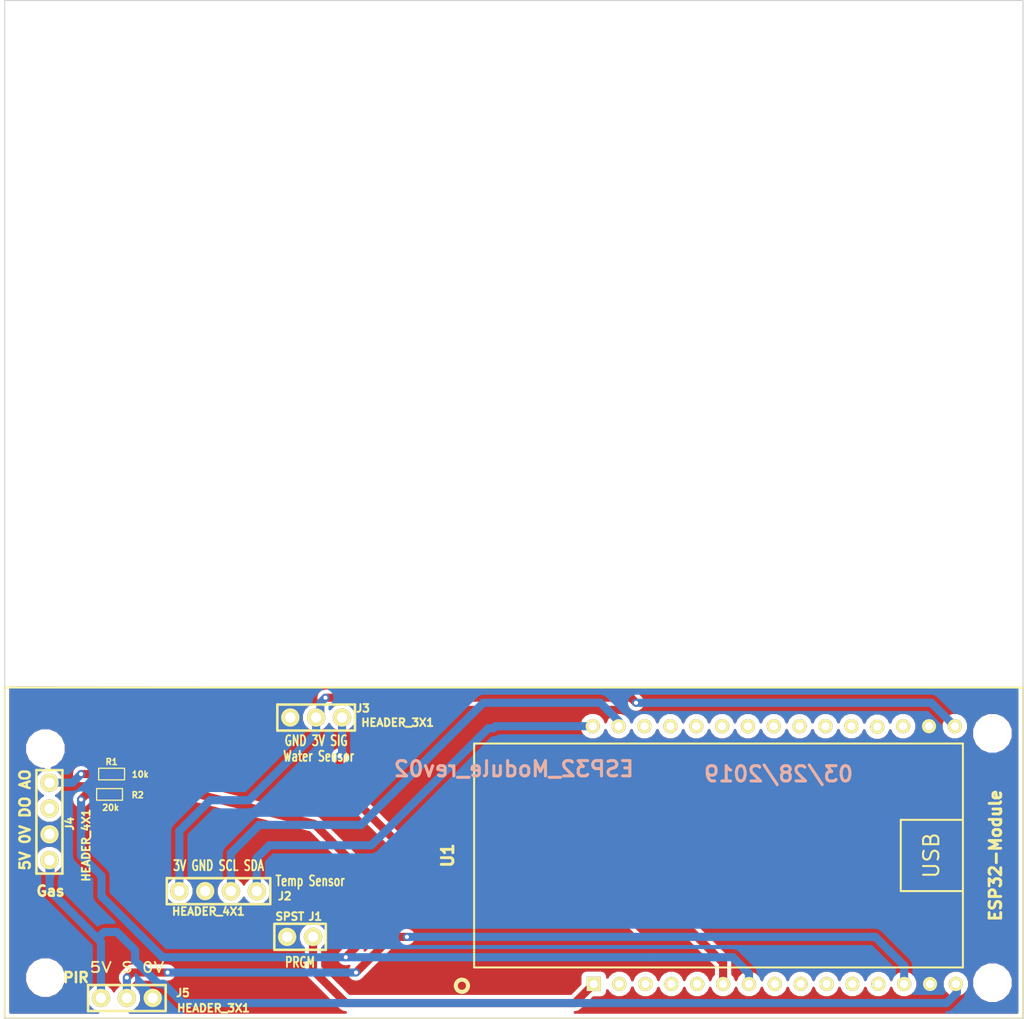
<source format=kicad_pcb>
(kicad_pcb (version 4) (host pcbnew 4.0.7-e2-6376~58~ubuntu16.04.1)

  (general
    (links 19)
    (no_connects 0)
    (area 85.54 52.949999 186.100001 153.100001)
    (thickness 1.6)
    (drawings 19)
    (tracks 100)
    (zones 0)
    (modules 12)
    (nets 32)
  )

  (page A)
  (layers
    (0 F.Cu signal)
    (31 B.Cu signal)
    (32 B.Adhes user)
    (33 F.Adhes user)
    (34 B.Paste user)
    (35 F.Paste user)
    (36 B.SilkS user)
    (37 F.SilkS user)
    (38 B.Mask user)
    (39 F.Mask user)
    (40 Dwgs.User user)
    (41 Cmts.User user)
    (42 Eco1.User user)
    (43 Eco2.User user)
    (44 Edge.Cuts user)
  )

  (setup
    (last_trace_width 0.25)
    (user_trace_width 0.25)
    (user_trace_width 0.3)
    (user_trace_width 0.5)
    (user_trace_width 0.6)
    (user_trace_width 0.8)
    (user_trace_width 1)
    (user_trace_width 2)
    (user_trace_width 3)
    (trace_clearance 0.08)
    (zone_clearance 0.4)
    (zone_45_only yes)
    (trace_min 0.1)
    (segment_width 0.2)
    (edge_width 0.1)
    (via_size 0.7)
    (via_drill 0.4)
    (via_min_size 0.7)
    (via_min_drill 0.4)
    (uvia_size 0.4)
    (uvia_drill 0.127)
    (uvias_allowed no)
    (uvia_min_size 0.4)
    (uvia_min_drill 0.127)
    (pcb_text_width 0.3)
    (pcb_text_size 1.5 1.5)
    (mod_edge_width 0.15)
    (mod_text_size 1 1)
    (mod_text_width 0.15)
    (pad_size 3 3)
    (pad_drill 3)
    (pad_to_mask_clearance 0)
    (pad_to_paste_clearance_ratio -0.1)
    (aux_axis_origin 0 0)
    (visible_elements 7FFFFFFF)
    (pcbplotparams
      (layerselection 0x010fc_80000001)
      (usegerberextensions false)
      (excludeedgelayer true)
      (linewidth 0.050000)
      (plotframeref false)
      (viasonmask false)
      (mode 1)
      (useauxorigin false)
      (hpglpennumber 1)
      (hpglpenspeed 20)
      (hpglpendiameter 15)
      (hpglpenoverlay 2)
      (psnegative false)
      (psa4output false)
      (plotreference true)
      (plotvalue true)
      (plotinvisibletext false)
      (padsonsilk false)
      (subtractmaskfromsilk false)
      (outputformat 2)
      (mirror false)
      (drillshape 0)
      (scaleselection 1)
      (outputdirectory PCB))
  )

  (net 0 "")
  (net 1 GND)
  (net 2 SDA)
  (net 3 SCL)
  (net 4 "Net-(U1-Pad21)")
  (net 5 "Net-(U1-Pad23)")
  (net 6 "Net-(U1-Pad22)")
  (net 7 "Net-(U1-Pad10)")
  (net 8 "Net-(U1-Pad9)")
  (net 9 "Net-(U1-Pad5)")
  (net 10 "Net-(U1-Pad2)")
  (net 11 "Net-(U1-Pad3)")
  (net 12 "Net-(U1-Pad4)")
  (net 13 "Net-(J1-Pad1)")
  (net 14 VDD)
  (net 15 "Net-(J3-Pad3)")
  (net 16 "Net-(U1-Pad20)")
  (net 17 "Net-(U1-Pad24)")
  (net 18 "Net-(U1-Pad28)")
  (net 19 "Net-(U1-Pad27)")
  (net 20 "Net-(U1-Pad26)")
  (net 21 "Net-(U1-Pad12)")
  (net 22 "Net-(U1-Pad11)")
  (net 23 5V)
  (net 24 "Net-(R1-Pad2)")
  (net 25 "Net-(J5-Pad2)")
  (net 26 "Net-(J4-Pad2)")
  (net 27 "Net-(J4-Pad1)")
  (net 28 "Net-(U1-Pad19)")
  (net 29 "Net-(U1-Pad18)")
  (net 30 "Net-(U1-Pad25)")
  (net 31 "Net-(U1-Pad8)")

  (net_class Default "This is the default net class."
    (clearance 0.08)
    (trace_width 0.25)
    (via_dia 0.7)
    (via_drill 0.4)
    (uvia_dia 0.4)
    (uvia_drill 0.127)
    (add_net 5V)
    (add_net GND)
    (add_net "Net-(J1-Pad1)")
    (add_net "Net-(J3-Pad3)")
    (add_net "Net-(J4-Pad1)")
    (add_net "Net-(J4-Pad2)")
    (add_net "Net-(J5-Pad2)")
    (add_net "Net-(R1-Pad2)")
    (add_net "Net-(U1-Pad10)")
    (add_net "Net-(U1-Pad11)")
    (add_net "Net-(U1-Pad12)")
    (add_net "Net-(U1-Pad18)")
    (add_net "Net-(U1-Pad19)")
    (add_net "Net-(U1-Pad2)")
    (add_net "Net-(U1-Pad20)")
    (add_net "Net-(U1-Pad21)")
    (add_net "Net-(U1-Pad22)")
    (add_net "Net-(U1-Pad23)")
    (add_net "Net-(U1-Pad24)")
    (add_net "Net-(U1-Pad25)")
    (add_net "Net-(U1-Pad26)")
    (add_net "Net-(U1-Pad27)")
    (add_net "Net-(U1-Pad28)")
    (add_net "Net-(U1-Pad3)")
    (add_net "Net-(U1-Pad4)")
    (add_net "Net-(U1-Pad5)")
    (add_net "Net-(U1-Pad8)")
    (add_net "Net-(U1-Pad9)")
    (add_net SCL)
    (add_net SDA)
    (add_net VDD)
  )

  (module ted_holes:TED_Hole_3mm (layer F.Cu) (tedit 5B6E23D4) (tstamp 597A62AE)
    (at 89 149)
    (path /5B54EF19)
    (fp_text reference H1 (at -0.05 -2.425) (layer F.SilkS) hide
      (effects (font (size 1 1) (thickness 0.15)))
    )
    (fp_text value HOLE (at 0.25 2.6) (layer F.SilkS) hide
      (effects (font (size 1 1) (thickness 0.15)))
    )
    (pad "" np_thru_hole circle (at 1 0) (size 3 3) (drill 3) (layers *.Cu *.Mask F.SilkS))
  )

  (module ted_holes:TED_Hole_3mm (layer F.Cu) (tedit 5B6DF726) (tstamp 597A62B2)
    (at 88 126.5)
    (path /52A158AA)
    (fp_text reference H2 (at -0.05 -2.425) (layer F.SilkS) hide
      (effects (font (size 1 1) (thickness 0.15)))
    )
    (fp_text value HOLE (at 0.25 2.6) (layer F.SilkS) hide
      (effects (font (size 1 1) (thickness 0.15)))
    )
    (pad "" np_thru_hole circle (at 2 0) (size 3 3) (drill 3) (layers *.Cu *.Mask F.SilkS))
  )

  (module ted_holes:TED_Hole_3mm (layer F.Cu) (tedit 0) (tstamp 597A62B6)
    (at 183 149.5)
    (path /540F9640)
    (fp_text reference H3 (at -0.05 -2.425) (layer F.SilkS) hide
      (effects (font (size 1 1) (thickness 0.15)))
    )
    (fp_text value HOLE (at 0.25 2.6) (layer F.SilkS) hide
      (effects (font (size 1 1) (thickness 0.15)))
    )
    (pad "" np_thru_hole circle (at 0 0) (size 3 3) (drill 3) (layers *.Cu *.Mask F.SilkS))
  )

  (module ted_holes:TED_Hole_3mm (layer F.Cu) (tedit 0) (tstamp 597A62BA)
    (at 183 125)
    (path /5B54EF20)
    (fp_text reference H4 (at -0.05 -2.425) (layer F.SilkS) hide
      (effects (font (size 1 1) (thickness 0.15)))
    )
    (fp_text value HOLE (at 0.25 2.6) (layer F.SilkS) hide
      (effects (font (size 1 1) (thickness 0.15)))
    )
    (pad "" np_thru_hole circle (at 0 0) (size 3 3) (drill 3) (layers *.Cu *.Mask F.SilkS))
  )

  (module ted_connectors:TED_DIPSWITCH_1 (layer F.Cu) (tedit 5BF59DBF) (tstamp 5BF33DC5)
    (at 115 145 180)
    (path /5BF35530)
    (fp_text reference J1 (at -1.5 2 180) (layer F.SilkS)
      (effects (font (size 0.762 0.762) (thickness 0.1905)))
    )
    (fp_text value SPST (at 1 2 180) (layer F.SilkS)
      (effects (font (size 0.762 0.762) (thickness 0.1905)))
    )
    (fp_line (start 2.5 -1.27) (end -2.5 -1.27) (layer F.SilkS) (width 0.254))
    (fp_line (start 2.52 -1.27) (end 2.52 1.27) (layer F.SilkS) (width 0.254))
    (fp_line (start 2.5 1.28524) (end -2.5 1.28524) (layer F.SilkS) (width 0.254))
    (fp_line (start -2.53524 1.28524) (end -2.53524 -1.27508) (layer F.SilkS) (width 0.254))
    (pad 2 thru_hole circle (at 1.25984 0 180) (size 1.8 1.8) (drill 1) (layers *.Cu *.Mask F.SilkS)
      (net 1 GND))
    (pad 1 thru_hole circle (at -1.28016 0 180) (size 1.8 1.8) (drill 1) (layers *.Cu *.Mask F.SilkS)
      (net 13 "Net-(J1-Pad1)"))
  )

  (module ted_connectors:TED_HEADER_3x1 (layer F.Cu) (tedit 5BF59D62) (tstamp 5BF48E21)
    (at 116.586 123.444)
    (path /5BF48DD3)
    (fp_text reference J3 (at 4.6 -0.9) (layer F.SilkS)
      (effects (font (size 0.762 0.762) (thickness 0.1905)))
    )
    (fp_text value HEADER_3X1 (at 8 0.5) (layer F.SilkS)
      (effects (font (size 0.762 0.762) (thickness 0.1905)))
    )
    (fp_line (start 3.81 -1.27) (end -3.81 -1.27) (layer F.SilkS) (width 0.254))
    (fp_line (start 3.81 -1.27) (end 3.81 1.27) (layer F.SilkS) (width 0.254))
    (fp_line (start 3.81 1.28524) (end -3.81 1.28524) (layer F.SilkS) (width 0.254))
    (fp_line (start -3.81 1.28524) (end -3.81 -1.27508) (layer F.SilkS) (width 0.254))
    (pad 3 thru_hole circle (at 2.54 0) (size 1.8 1.8) (drill 1) (layers *.Cu *.Mask F.SilkS)
      (net 15 "Net-(J3-Pad3)"))
    (pad 2 thru_hole circle (at 0 0) (size 1.8 1.8) (drill 1) (layers *.Cu *.Mask F.SilkS)
      (net 14 VDD))
    (pad 1 thru_hole circle (at -2.54 0) (size 1.8 1.8) (drill 1) (layers *.Cu *.Mask F.SilkS)
      (net 1 GND))
  )

  (module ted_connectors:TED_HEADER_3x1 (layer F.Cu) (tedit 5C9D4C68) (tstamp 5BF4A436)
    (at 98 151)
    (path /5BF492FF)
    (fp_text reference J5 (at 5.5 -0.5) (layer F.SilkS)
      (effects (font (size 0.762 0.762) (thickness 0.1905)))
    )
    (fp_text value HEADER_3X1 (at 8.5 1) (layer F.SilkS)
      (effects (font (size 0.762 0.762) (thickness 0.1905)))
    )
    (fp_line (start 3.81 -1.27) (end -3.81 -1.27) (layer F.SilkS) (width 0.254))
    (fp_line (start 3.81 -1.27) (end 3.81 1.27) (layer F.SilkS) (width 0.254))
    (fp_line (start 3.81 1.28524) (end -3.81 1.28524) (layer F.SilkS) (width 0.254))
    (fp_line (start -3.81 1.28524) (end -3.81 -1.27508) (layer F.SilkS) (width 0.254))
    (pad 3 thru_hole circle (at 2.54 0) (size 1.8 1.8) (drill 1) (layers *.Cu *.Mask F.SilkS)
      (net 1 GND))
    (pad 2 thru_hole circle (at 0 0) (size 1.8 1.8) (drill 1) (layers *.Cu *.Mask F.SilkS)
      (net 25 "Net-(J5-Pad2)"))
    (pad 1 thru_hole circle (at -2.54 0) (size 1.8 1.8) (drill 1) (layers *.Cu *.Mask F.SilkS)
      (net 23 5V))
  )

  (module ted_resistors:TED_SM0603_R (layer F.Cu) (tedit 5CD88BEB) (tstamp 5BF4A43C)
    (at 96.5 129)
    (descr "SMT resistor, 0603")
    (path /5BF4A045)
    (fp_text reference R1 (at 0 -1.2) (layer F.SilkS)
      (effects (font (size 0.6 0.6) (thickness 0.15)))
    )
    (fp_text value 10k (at 2.814 0.032) (layer F.SilkS)
      (effects (font (size 0.6 0.6) (thickness 0.15)))
    )
    (fp_line (start -1.27 -0.57) (end -1.27 0.57) (layer F.SilkS) (width 0.127))
    (fp_line (start 1.27 -0.57) (end 1.27 0.57) (layer F.SilkS) (width 0.127))
    (fp_line (start -1.25 -0.57) (end 1.25 -0.57) (layer F.SilkS) (width 0.127))
    (fp_line (start 1.25 0.57) (end -1.25 0.57) (layer F.SilkS) (width 0.127))
    (pad 2 smd rect (at 0.75184 0) (size 0.89916 1.00076) (layers F.Cu F.Paste F.Mask)
      (net 24 "Net-(R1-Pad2)") (clearance 0.1))
    (pad 1 smd rect (at -0.75184 0) (size 0.89916 1.00076) (layers F.Cu F.Paste F.Mask)
      (net 27 "Net-(J4-Pad1)") (clearance 0.1))
    (model smd/capacitors/c_0603.wrl
      (at (xyz 0 0 0))
      (scale (xyz 1 1 1))
      (rotate (xyz 0 0 0))
    )
  )

  (module ted_resistors:TED_SM0603_R (layer F.Cu) (tedit 5CD88BEE) (tstamp 5BF4A442)
    (at 96.3 131)
    (descr "SMT resistor, 0603")
    (path /5BF4A142)
    (fp_text reference R2 (at 2.76 0.064) (layer F.SilkS)
      (effects (font (size 0.6 0.6) (thickness 0.15)))
    )
    (fp_text value 20k (at 0.1 1.3) (layer F.SilkS)
      (effects (font (size 0.6 0.6) (thickness 0.15)))
    )
    (fp_line (start -1.27 -0.57) (end -1.27 0.57) (layer F.SilkS) (width 0.127))
    (fp_line (start 1.27 -0.57) (end 1.27 0.57) (layer F.SilkS) (width 0.127))
    (fp_line (start -1.25 -0.57) (end 1.25 -0.57) (layer F.SilkS) (width 0.127))
    (fp_line (start 1.25 0.57) (end -1.25 0.57) (layer F.SilkS) (width 0.127))
    (pad 2 smd rect (at 0.75184 0) (size 0.89916 1.00076) (layers F.Cu F.Paste F.Mask)
      (net 1 GND) (clearance 0.1))
    (pad 1 smd rect (at -0.75184 0) (size 0.89916 1.00076) (layers F.Cu F.Paste F.Mask)
      (net 24 "Net-(R1-Pad2)") (clearance 0.1))
    (model smd/capacitors/c_0603.wrl
      (at (xyz 0 0 0))
      (scale (xyz 1 1 1))
      (rotate (xyz 0 0 0))
    )
  )

  (module ted_connectors:TED_HEADER_4x1 (layer F.Cu) (tedit 5BF59DB8) (tstamp 5BF59BEB)
    (at 107 140.5)
    (path /5BF59B00)
    (fp_text reference J2 (at 6.5 0.5) (layer F.SilkS)
      (effects (font (size 0.762 0.762) (thickness 0.1905)))
    )
    (fp_text value HEADER_4X1 (at -1 2) (layer F.SilkS)
      (effects (font (size 0.762 0.762) (thickness 0.1905)))
    )
    (fp_line (start 5.08 -1.27) (end -5.08 -1.27) (layer F.SilkS) (width 0.254))
    (fp_line (start 5.08 -1.27) (end 5.08 1.27) (layer F.SilkS) (width 0.254))
    (fp_line (start 5.08 1.28524) (end -5.08 1.28524) (layer F.SilkS) (width 0.254))
    (fp_line (start -5.08 1.28524) (end -5.08 -1.27508) (layer F.SilkS) (width 0.254))
    (pad 1 thru_hole circle (at -3.85 0) (size 1.8 1.8) (drill 1) (layers *.Cu *.Mask F.SilkS)
      (net 14 VDD))
    (pad 2 thru_hole circle (at -1.31 0) (size 1.8 1.8) (drill 1) (layers *.Cu *.Mask F.SilkS)
      (net 1 GND))
    (pad 4 thru_hole circle (at 3.75984 0) (size 1.8 1.8) (drill 1) (layers *.Cu *.Mask F.SilkS)
      (net 2 SDA))
    (pad 3 thru_hole circle (at 1.21984 0) (size 1.8 1.8) (drill 1) (layers *.Cu *.Mask F.SilkS)
      (net 3 SCL))
  )

  (module ted_connectors:TED_HEADER_4x1 (layer F.Cu) (tedit 5BF59C13) (tstamp 5BF59BF2)
    (at 90.4 133.7 270)
    (path /5BF59E5D)
    (fp_text reference J4 (at 0.1778 -1.98628 270) (layer F.SilkS)
      (effects (font (size 0.762 0.762) (thickness 0.1905)))
    )
    (fp_text value HEADER_4X1 (at 2.3 -3.6 270) (layer F.SilkS)
      (effects (font (size 0.762 0.762) (thickness 0.1905)))
    )
    (fp_line (start 5.08 -1.27) (end -5.08 -1.27) (layer F.SilkS) (width 0.254))
    (fp_line (start 5.08 -1.27) (end 5.08 1.27) (layer F.SilkS) (width 0.254))
    (fp_line (start 5.08 1.28524) (end -5.08 1.28524) (layer F.SilkS) (width 0.254))
    (fp_line (start -5.08 1.28524) (end -5.08 -1.27508) (layer F.SilkS) (width 0.254))
    (pad 1 thru_hole circle (at -3.85 0 270) (size 1.8 1.8) (drill 1) (layers *.Cu *.Mask F.SilkS)
      (net 27 "Net-(J4-Pad1)"))
    (pad 2 thru_hole circle (at -1.31 0 270) (size 1.8 1.8) (drill 1) (layers *.Cu *.Mask F.SilkS)
      (net 26 "Net-(J4-Pad2)"))
    (pad 4 thru_hole circle (at 3.75984 0 270) (size 1.8 1.8) (drill 1) (layers *.Cu *.Mask F.SilkS)
      (net 23 5V))
    (pad 3 thru_hole circle (at 1.21984 0 270) (size 1.8 1.8) (drill 1) (layers *.Cu *.Mask F.SilkS)
      (net 1 GND))
  )

  (module ted_ICs:TED_ESP32_Module_30pin (layer F.Cu) (tedit 5C1C3AC3) (tstamp 5C1D53E1)
    (at 156.5 137)
    (path /5C1C373F)
    (fp_text reference U1 (at -27 0 90) (layer F.SilkS)
      (effects (font (size 1.143 1.143) (thickness 0.28575)))
    )
    (fp_text value ESP32-Module (at 26.8 0 90) (layer F.SilkS)
      (effects (font (size 1.143 1.143) (thickness 0.28448)))
    )
    (fp_text user USB (at 20.5 0 90) (layer F.SilkS)
      (effects (font (size 1.5 1.5) (thickness 0.2)))
    )
    (fp_line (start 23.5 -3.5) (end 17.5 -3.5) (layer F.SilkS) (width 0.2))
    (fp_line (start 17.5 -3.5) (end 17.5 3.5) (layer F.SilkS) (width 0.2))
    (fp_line (start 17.5 3.5) (end 23.5 3.5) (layer F.SilkS) (width 0.2))
    (fp_circle (center -25.6 12.8) (end -25 12.8) (layer F.SilkS) (width 0.4))
    (fp_line (start -24.4 -11) (end 23.6 -11) (layer F.SilkS) (width 0.2))
    (fp_line (start 23.6 -11) (end 23.6 11) (layer F.SilkS) (width 0.2))
    (fp_line (start 23.6 11) (end -24.4 11) (layer F.SilkS) (width 0.2))
    (fp_line (start -24.4 11) (end -24.4 -11) (layer F.SilkS) (width 0.2))
    (pad 21 thru_hole circle (at 10.1092 -12.7) (size 1.397 1.397) (drill 0.8) (layers *.Cu *.Mask F.SilkS)
      (net 4 "Net-(U1-Pad21)") (clearance 0.5))
    (pad 20 thru_hole circle (at 12.6492 -12.7) (size 1.397 1.397) (drill 0.8) (layers *.Cu *.Mask F.SilkS)
      (net 16 "Net-(U1-Pad20)") (clearance 0.5))
    (pad 22 thru_hole circle (at 7.5692 -12.7) (size 1.397 1.397) (drill 0.8) (layers *.Cu *.Mask F.SilkS)
      (net 6 "Net-(U1-Pad22)") (clearance 0.5))
    (pad 23 thru_hole circle (at 5.0292 -12.7) (size 1.397 1.397) (drill 0.8) (layers *.Cu *.Mask F.SilkS)
      (net 5 "Net-(U1-Pad23)") (clearance 0.5))
    (pad 24 thru_hole circle (at 2.4892 -12.7) (size 1.397 1.397) (drill 0.8) (layers *.Cu *.Mask F.SilkS)
      (net 17 "Net-(U1-Pad24)") (clearance 0.5))
    (pad 15 thru_hole circle (at 22.9108 12.6238) (size 1.397 1.397) (drill 0.8) (layers *.Cu *.Mask F.SilkS)
      (net 23 5V) (clearance 0.5))
    (pad 16 thru_hole circle (at 22.8092 -12.7) (size 1.397 1.397) (drill 0.8) (layers *.Cu *.Mask F.SilkS)
      (net 14 VDD) (clearance 0.5))
    (pad 17 thru_hole circle (at 20.2692 -12.7) (size 1.397 1.397) (drill 0.8) (layers *.Cu *.Mask F.SilkS)
      (net 1 GND) (clearance 0.5))
    (pad 19 thru_hole circle (at 15.1892 -12.6492) (size 1.397 1.397) (drill 0.8) (layers *.Cu *.Mask F.SilkS)
      (net 28 "Net-(U1-Pad19)") (clearance 0.5))
    (pad 18 thru_hole circle (at 17.7292 -12.7) (size 1.397 1.397) (drill 0.8) (layers *.Cu *.Mask F.SilkS)
      (net 29 "Net-(U1-Pad18)") (clearance 0.5))
    (pad 30 thru_hole circle (at -12.7508 -12.7) (size 1.397 1.397) (drill 0.8) (layers *.Cu *.Mask F.SilkS)
      (net 2 SDA) (clearance 0.5))
    (pad 29 thru_hole circle (at -10.2108 -12.7) (size 1.397 1.397) (drill 0.8) (layers *.Cu *.Mask F.SilkS)
      (net 3 SCL) (clearance 0.5))
    (pad 28 thru_hole circle (at -7.6708 -12.7) (size 1.397 1.397) (drill 0.8) (layers *.Cu *.Mask F.SilkS)
      (net 18 "Net-(U1-Pad28)") (clearance 0.5))
    (pad 27 thru_hole circle (at -5.1308 -12.7) (size 1.397 1.397) (drill 0.8) (layers *.Cu *.Mask F.SilkS)
      (net 19 "Net-(U1-Pad27)") (clearance 0.5))
    (pad 25 thru_hole circle (at -0.0508 -12.7) (size 1.397 1.397) (drill 0.8) (layers *.Cu *.Mask F.SilkS)
      (net 30 "Net-(U1-Pad25)") (clearance 0.5))
    (pad 26 thru_hole circle (at -2.5908 -12.7) (size 1.397 1.397) (drill 0.8) (layers *.Cu *.Mask F.SilkS)
      (net 20 "Net-(U1-Pad26)") (clearance 0.5))
    (pad 13 thru_hole circle (at 17.8308 12.6238) (size 1.397 1.397) (drill 0.8) (layers *.Cu *.Mask F.SilkS)
      (net 25 "Net-(J5-Pad2)") (clearance 0.5))
    (pad 14 thru_hole circle (at 20.3708 12.6238) (size 1.397 1.397) (drill 0.8) (layers *.Cu *.Mask F.SilkS)
      (net 1 GND) (clearance 0.5))
    (pad 12 thru_hole circle (at 15.2908 12.6238) (size 1.397 1.397) (drill 0.8) (layers *.Cu *.Mask F.SilkS)
      (net 21 "Net-(U1-Pad12)") (clearance 0.5))
    (pad 11 thru_hole circle (at 12.7508 12.6238) (size 1.397 1.397) (drill 0.8) (layers *.Cu *.Mask F.SilkS)
      (net 22 "Net-(U1-Pad11)") (clearance 0.5))
    (pad 10 thru_hole circle (at 10.2108 12.6238) (size 1.397 1.397) (drill 0.8) (layers *.Cu *.Mask F.SilkS)
      (net 7 "Net-(U1-Pad10)") (clearance 0.5))
    (pad 1 thru_hole rect (at -12.6492 12.6238) (size 1.397 1.397) (drill 0.8) (layers *.Cu *.Mask F.SilkS)
      (net 13 "Net-(J1-Pad1)") (clearance 0.5))
    (pad 2 thru_hole circle (at -10.1392 12.6238) (size 1.397 1.397) (drill 0.8) (layers *.Cu *.Mask F.SilkS)
      (net 10 "Net-(U1-Pad2)") (clearance 0.5))
    (pad 3 thru_hole circle (at -7.5692 12.6238) (size 1.397 1.397) (drill 0.8) (layers *.Cu *.Mask F.SilkS)
      (net 11 "Net-(U1-Pad3)") (clearance 0.5))
    (pad 4 thru_hole circle (at -5.0292 12.6238) (size 1.397 1.397) (drill 0.8) (layers *.Cu *.Mask F.SilkS)
      (net 12 "Net-(U1-Pad4)") (clearance 0.5))
    (pad 5 thru_hole circle (at -2.4892 12.6238) (size 1.397 1.397) (drill 0.8) (layers *.Cu *.Mask F.SilkS)
      (net 9 "Net-(U1-Pad5)") (clearance 0.5))
    (pad 6 thru_hole circle (at 0.0508 12.6238) (size 1.397 1.397) (drill 0.8) (layers *.Cu *.Mask F.SilkS)
      (net 15 "Net-(J3-Pad3)") (clearance 0.5))
    (pad 7 thru_hole circle (at 2.5908 12.6238) (size 1.397 1.397) (drill 0.8) (layers *.Cu *.Mask F.SilkS)
      (net 24 "Net-(R1-Pad2)") (clearance 0.5))
    (pad 9 thru_hole circle (at 7.6708 12.6238) (size 1.397 1.397) (drill 0.8) (layers *.Cu *.Mask F.SilkS)
      (net 8 "Net-(U1-Pad9)") (clearance 0.5))
    (pad 8 thru_hole circle (at 5.1308 12.6238) (size 1.397 1.397) (drill 0.8) (layers *.Cu *.Mask F.SilkS)
      (net 31 "Net-(U1-Pad8)") (clearance 0.5))
    (model dil/dil_14.wrl
      (at (xyz 0 0 0))
      (scale (xyz 1 1 1))
      (rotate (xyz 0 0 0))
    )
  )

  (gr_line (start 86 120.5) (end 86 153) (angle 90) (layer F.SilkS) (width 0.2))
  (gr_line (start 186 120.5) (end 86 120.5) (angle 90) (layer F.SilkS) (width 0.2))
  (gr_line (start 186 153) (end 186 120.5) (angle 90) (layer F.SilkS) (width 0.2))
  (gr_line (start 86 153) (end 186 153) (angle 90) (layer F.SilkS) (width 0.2))
  (gr_text "5V 0V DO AO" (at 88 133.5 90) (layer F.SilkS)
    (effects (font (size 1 1) (thickness 0.25)))
  )
  (gr_text Gas (at 90.5 140.5) (layer F.SilkS)
    (effects (font (size 1 1) (thickness 0.25)))
  )
  (gr_text "5V S 0V" (at 98 148) (layer F.SilkS)
    (effects (font (size 1 1.2) (thickness 0.175)))
  )
  (gr_text PIR (at 93 149) (layer F.SilkS)
    (effects (font (size 1 1) (thickness 0.25)))
  )
  (gr_text "Temp Sensor" (at 116 139.5) (layer F.SilkS)
    (effects (font (size 1 0.7) (thickness 0.175)))
  )
  (gr_text "Water Sensor" (at 116.84 127.254) (layer F.SilkS)
    (effects (font (size 1 0.7) (thickness 0.175)))
  )
  (gr_text "GND 3V SIG" (at 116.586 125.73) (layer F.SilkS)
    (effects (font (size 1 0.7) (thickness 0.175)))
  )
  (gr_text PRGM (at 115 147.5) (layer F.SilkS)
    (effects (font (size 1 0.7) (thickness 0.175)))
  )
  (gr_text "3V GND SCL SDA" (at 107 138) (layer F.SilkS)
    (effects (font (size 1 0.7) (thickness 0.175)))
  )
  (gr_text ESP32_Module_rev02 (at 136 128.5) (layer B.SilkS)
    (effects (font (size 1.5 1.5) (thickness 0.3)) (justify mirror))
  )
  (gr_text 03/28/2019 (at 162 129) (layer B.SilkS)
    (effects (font (size 1.5 1.5) (thickness 0.3)) (justify mirror))
  )
  (gr_line (start 186 53) (end 86 53) (angle 90) (layer Edge.Cuts) (width 0.1))
  (gr_line (start 86 153) (end 186 153) (angle 90) (layer Edge.Cuts) (width 0.1))
  (gr_line (start 86 153) (end 86 53) (angle 90) (layer Edge.Cuts) (width 0.1))
  (gr_line (start 186 53) (end 186 153) (angle 90) (layer Edge.Cuts) (width 0.1))

  (segment (start 122 136) (end 133.5 124.5) (width 0.8) (layer B.Cu) (net 2))
  (segment (start 134.2 124.3) (end 143.7492 124.3) (width 0.8) (layer B.Cu) (net 2) (tstamp 5C1D5536))
  (segment (start 134 124.5) (end 134.2 124.3) (width 0.8) (layer B.Cu) (net 2) (tstamp 5C1D5533))
  (segment (start 133.5 124.5) (end 134 124.5) (width 0.8) (layer B.Cu) (net 2) (tstamp 5C1D5532))
  (segment (start 110.75984 140.5) (end 110.75984 137.24016) (width 0.8) (layer B.Cu) (net 2))
  (segment (start 112 136) (end 122 136) (width 0.8) (layer B.Cu) (net 2) (tstamp 5BF59C65))
  (segment (start 110.75984 137.24016) (end 112 136) (width 0.8) (layer B.Cu) (net 2) (tstamp 5BF59C64))
  (segment (start 137 122) (end 144.5 122) (width 0.8) (layer B.Cu) (net 3))
  (segment (start 144.5 122) (end 146.2892 123.7892) (width 0.8) (layer B.Cu) (net 3) (tstamp 5C1D544F))
  (segment (start 146.2892 123.7892) (end 146.2892 124.3) (width 0.8) (layer B.Cu) (net 3) (tstamp 5C1D5450))
  (segment (start 108.21984 140.5) (end 108.21984 136.78016) (width 0.8) (layer B.Cu) (net 3))
  (segment (start 133 122) (end 137 122) (width 0.8) (layer B.Cu) (net 3) (tstamp 5BF59C57))
  (segment (start 130.5 124.5) (end 133 122) (width 0.8) (layer B.Cu) (net 3) (tstamp 5BF59C56))
  (segment (start 121 134) (end 130.5 124.5) (width 0.8) (layer B.Cu) (net 3) (tstamp 5BF59C54))
  (segment (start 111 134) (end 121 134) (width 0.8) (layer B.Cu) (net 3) (tstamp 5BF59C53))
  (segment (start 108.21984 136.78016) (end 111 134) (width 0.8) (layer B.Cu) (net 3) (tstamp 5BF59C52))
  (segment (start 116.28016 145) (end 116.28016 148.28016) (width 0.8) (layer F.Cu) (net 13))
  (segment (start 141.9746 151.5) (end 143.8508 149.6238) (width 0.8) (layer F.Cu) (net 13) (tstamp 5C1D551F))
  (segment (start 119.5 151.5) (end 141.9746 151.5) (width 0.8) (layer F.Cu) (net 13) (tstamp 5C1D551D))
  (segment (start 116.28016 148.28016) (end 119.5 151.5) (width 0.8) (layer F.Cu) (net 13) (tstamp 5C1D551A))
  (segment (start 116.28016 145.21984) (end 116.28016 145) (width 0.8) (layer B.Cu) (net 13) (tstamp 5BF33F61) (status 30))
  (segment (start 179.3092 124.3) (end 179.3 124.3) (width 0.8) (layer B.Cu) (net 14))
  (segment (start 179.3 124.3) (end 177 122) (width 0.8) (layer B.Cu) (net 14) (tstamp 5C1D547D))
  (segment (start 177 122) (end 148 122) (width 0.8) (layer B.Cu) (net 14) (tstamp 5C1D5480))
  (via (at 148 122) (size 0.7) (drill 0.4) (layers F.Cu B.Cu) (net 14))
  (segment (start 148 122) (end 147.5 121.5) (width 0.8) (layer F.Cu) (net 14) (tstamp 5C1D5483))
  (segment (start 147.5 121.5) (end 117.5 121.5) (width 0.8) (layer F.Cu) (net 14) (tstamp 5C1D5484))
  (via (at 117.5 121.5) (size 0.7) (drill 0.4) (layers F.Cu B.Cu) (net 14))
  (segment (start 117.5 121.5) (end 117 122) (width 0.8) (layer B.Cu) (net 14) (tstamp 5C1D5490))
  (segment (start 117 122) (end 117 123.03) (width 0.8) (layer B.Cu) (net 14) (tstamp 5C1D5491))
  (segment (start 117 123.03) (end 116.586 123.444) (width 0.8) (layer B.Cu) (net 14) (tstamp 5C1D5492))
  (segment (start 116.586 123.444) (end 116.586 124.968) (width 0.8) (layer B.Cu) (net 14))
  (segment (start 103.15 134.594) (end 103.15 140.5) (width 0.8) (layer B.Cu) (net 14) (tstamp 5C15624D))
  (segment (start 106.172 131.572) (end 103.15 134.594) (width 0.8) (layer B.Cu) (net 14) (tstamp 5C15624C))
  (segment (start 109.982 131.572) (end 106.172 131.572) (width 0.8) (layer B.Cu) (net 14) (tstamp 5C156249))
  (segment (start 116.586 124.968) (end 109.982 131.572) (width 0.8) (layer B.Cu) (net 14) (tstamp 5C156245))
  (segment (start 148.88 144.562) (end 153.562 144.562) (width 0.8) (layer F.Cu) (net 15))
  (segment (start 145.542 141.224) (end 130.048 141.224) (width 0.8) (layer F.Cu) (net 15) (tstamp 5C156280))
  (segment (start 130.048 141.224) (end 118.872 130.048) (width 0.8) (layer F.Cu) (net 15) (tstamp 5C156284))
  (segment (start 118.872 130.048) (end 118.872 127.254) (width 0.8) (layer F.Cu) (net 15) (tstamp 5C156286))
  (via (at 118.872 127.254) (size 0.7) (drill 0.4) (layers F.Cu B.Cu) (net 15))
  (segment (start 118.872 127.254) (end 119.126 127) (width 0.8) (layer B.Cu) (net 15) (tstamp 5C156288))
  (segment (start 119.126 123.444) (end 119.126 127) (width 0.8) (layer B.Cu) (net 15) (tstamp 5C156289))
  (segment (start 148.88 144.562) (end 145.542 141.224) (width 0.8) (layer F.Cu) (net 15) (tstamp 5C156275))
  (segment (start 156.5508 147.5508) (end 156.5508 149.6238) (width 0.8) (layer F.Cu) (net 15) (tstamp 5C1D54F0))
  (segment (start 153.562 144.562) (end 156.5508 147.5508) (width 0.8) (layer F.Cu) (net 15) (tstamp 5C1D54ED))
  (segment (start 178.5 151.5) (end 179.5 150.5) (width 0.8) (layer B.Cu) (net 23))
  (segment (start 103.494 151.5) (end 101.6 149.606) (width 0.8) (layer B.Cu) (net 23) (tstamp 5C15615B))
  (segment (start 101.6 149.606) (end 101.092 149.606) (width 0.8) (layer B.Cu) (net 23) (tstamp 5C15616C))
  (segment (start 101.092 149.606) (end 98.806 147.32) (width 0.8) (layer B.Cu) (net 23) (tstamp 5C15616F))
  (segment (start 98.806 147.32) (end 98.806 146.304) (width 0.8) (layer B.Cu) (net 23) (tstamp 5C156171))
  (segment (start 98.806 146.304) (end 97.028 144.526) (width 0.8) (layer B.Cu) (net 23) (tstamp 5C156173))
  (segment (start 97.028 144.526) (end 95.758 144.526) (width 0.8) (layer B.Cu) (net 23) (tstamp 5C156176))
  (segment (start 95.123 145.161) (end 95.758 144.526) (width 0.8) (layer B.Cu) (net 23) (tstamp 5C156177))
  (segment (start 178.5 151.5) (end 103.494 151.5) (width 0.8) (layer B.Cu) (net 23))
  (segment (start 179.5 150.5) (end 179.5 149.713) (width 0.8) (layer B.Cu) (net 23) (tstamp 5C1D54BF))
  (segment (start 179.5 149.713) (end 179.4108 149.6238) (width 0.8) (layer B.Cu) (net 23) (tstamp 5C1D54C0))
  (segment (start 90.4 137.45984) (end 90.4 140.438) (width 0.8) (layer B.Cu) (net 23))
  (segment (start 90.4 140.438) (end 95.123 145.161) (width 0.8) (layer B.Cu) (net 23) (tstamp 5C156144))
  (segment (start 95.46 145.498) (end 95.46 151) (width 0.8) (layer B.Cu) (net 23) (tstamp 5C156145))
  (segment (start 95.123 145.161) (end 95.46 145.498) (width 0.8) (layer B.Cu) (net 23) (tstamp 5C15617A))
  (segment (start 90.5 139) (end 90.5 137.55984) (width 0.8) (layer B.Cu) (net 23))
  (segment (start 90.5 137.55984) (end 90.4 137.45984) (width 0.8) (layer B.Cu) (net 23) (tstamp 5BF59C3B))
  (segment (start 90.5 139) (end 90.4 138.9) (width 0.8) (layer B.Cu) (net 23) (tstamp 5BF59C39))
  (segment (start 149.5 147) (end 157.5 147) (width 0.8) (layer B.Cu) (net 24))
  (segment (start 159.0908 148.5908) (end 159.0908 149.6238) (width 0.8) (layer B.Cu) (net 24) (tstamp 5C1D550D))
  (segment (start 157.5 147) (end 159.0908 148.5908) (width 0.8) (layer B.Cu) (net 24) (tstamp 5C1D550C))
  (segment (start 149.5 147) (end 119.5 147) (width 0.8) (layer B.Cu) (net 24) (tstamp 5C1D550A))
  (segment (start 120.5 146) (end 119.5 147) (width 0.8) (layer F.Cu) (net 24) (tstamp 5BF4A94E))
  (segment (start 120.5 138) (end 120.5 146) (width 0.8) (layer F.Cu) (net 24) (tstamp 5BF4A94C))
  (segment (start 119.5 147) (end 101.5 147) (width 0.8) (layer B.Cu) (net 24) (tstamp 5BF4A952))
  (via (at 119.5 147) (size 0.7) (drill 0.4) (layers F.Cu B.Cu) (net 24))
  (segment (start 97.25184 129) (end 116.4 133.9) (width 0.8) (layer F.Cu) (net 24) (status 10))
  (segment (start 116.4 133.9) (end 120.5 138) (width 0.8) (layer F.Cu) (net 24) (tstamp 5BF4A942))
  (segment (start 94 131) (end 95.54816 131) (width 0.8) (layer F.Cu) (net 24) (tstamp 5BF4A831))
  (segment (start 93.5 131.5) (end 94 131) (width 0.8) (layer F.Cu) (net 24) (tstamp 5BF4A830))
  (via (at 93.5 131.5) (size 0.7) (drill 0.4) (layers F.Cu B.Cu) (net 24))
  (segment (start 93.5 137) (end 93.5 131.5) (width 0.8) (layer B.Cu) (net 24) (tstamp 5BF4A82D))
  (segment (start 95.5 139) (end 93.5 137) (width 0.8) (layer B.Cu) (net 24) (tstamp 5BF4A828))
  (segment (start 95.5 141) (end 95.5 139) (width 0.8) (layer B.Cu) (net 24) (tstamp 5BF4A826))
  (segment (start 101.5 147) (end 95.5 141) (width 0.8) (layer B.Cu) (net 24) (tstamp 5BF4A825))
  (segment (start 169.5 145) (end 171.5 145) (width 0.8) (layer B.Cu) (net 25))
  (segment (start 174.3308 147.8308) (end 174.3308 149.6238) (width 0.8) (layer B.Cu) (net 25) (tstamp 5C1D54D3))
  (segment (start 171.5 145) (end 174.3308 147.8308) (width 0.8) (layer B.Cu) (net 25) (tstamp 5C1D54D2))
  (segment (start 125.5 145) (end 151 145) (width 0.8) (layer B.Cu) (net 25) (tstamp 5BF4A8B6))
  (segment (start 151 145) (end 169.5 145) (width 0.8) (layer B.Cu) (net 25) (tstamp 5BF4A8B7))
  (segment (start 98 151) (end 98 149) (width 0.8) (layer B.Cu) (net 25))
  (segment (start 124 145) (end 125.5 145) (width 0.8) (layer F.Cu) (net 25) (tstamp 5BF4A8B3))
  (via (at 125.5 145) (size 0.7) (drill 0.4) (layers F.Cu B.Cu) (net 25))
  (via (at 98 149) (size 0.7) (drill 0.4) (layers F.Cu B.Cu) (net 25))
  (segment (start 98 149) (end 98.5 148.5) (width 0.8) (layer F.Cu) (net 25) (tstamp 5BF4A8AD))
  (segment (start 98.5 148.5) (end 102 148.5) (width 0.8) (layer F.Cu) (net 25) (tstamp 5BF4A8AE))
  (segment (start 120.5 148.5) (end 124 145) (width 0.8) (layer F.Cu) (net 25) (tstamp 5BF4A8B0))
  (segment (start 102 148.5) (end 120.5 148.5) (width 0.8) (layer B.Cu) (net 25) (tstamp 5BF4A90D))
  (via (at 120.5 148.5) (size 0.7) (drill 0.4) (layers F.Cu B.Cu) (net 25))
  (via (at 102 148.5) (size 0.7) (drill 0.4) (layers F.Cu B.Cu) (net 25))
  (segment (start 90.4 129.85) (end 92.65 129.85) (width 0.8) (layer B.Cu) (net 27))
  (segment (start 93.5 129) (end 95.74816 129) (width 0.8) (layer F.Cu) (net 27) (tstamp 5BF59C8F))
  (via (at 93.5 129) (size 0.7) (drill 0.4) (layers F.Cu B.Cu) (net 27))
  (segment (start 92.65 129.85) (end 93.5 129) (width 0.8) (layer B.Cu) (net 27) (tstamp 5BF59C8D))

  (zone (net 1) (net_name GND) (layer B.Cu) (tstamp 52786CE0) (hatch edge 0.508)
    (connect_pads yes (clearance 0.4))
    (min_thickness 0.254)
    (fill yes (arc_segments 16) (thermal_gap 0.508) (thermal_bridge_width 0.508))
    (polygon
      (pts
        (xy 86.04 120.52) (xy 85.54 153.05) (xy 185.97 153.04) (xy 185.97 120.51)
      )
    )
    (filled_polygon
      (pts
        (xy 185.423 152.423) (xy 178.520109 152.423) (xy 178.854748 152.356436) (xy 179.155488 152.155488) (xy 180.155488 151.155488)
        (xy 180.356437 150.854747) (xy 180.427 150.5) (xy 180.427 150.482278) (xy 180.533849 150.375616) (xy 180.730749 149.901426)
        (xy 180.972649 149.901426) (xy 181.280591 150.646703) (xy 181.850298 151.217405) (xy 182.595036 151.526647) (xy 183.401426 151.527351)
        (xy 184.146703 151.219409) (xy 184.717405 150.649702) (xy 185.026647 149.904964) (xy 185.027351 149.098574) (xy 184.719409 148.353297)
        (xy 184.149702 147.782595) (xy 183.404964 147.473353) (xy 182.598574 147.472649) (xy 181.853297 147.780591) (xy 181.282595 148.350298)
        (xy 180.973353 149.095036) (xy 180.972649 149.901426) (xy 180.730749 149.901426) (xy 180.736069 149.888615) (xy 180.73653 149.361298)
        (xy 180.535159 148.873946) (xy 180.162616 148.500751) (xy 179.675615 148.298531) (xy 179.148298 148.29807) (xy 178.660946 148.499441)
        (xy 178.287751 148.871984) (xy 178.085531 149.358985) (xy 178.08507 149.886302) (xy 178.286441 150.373654) (xy 178.300893 150.388131)
        (xy 178.116024 150.573) (xy 175.25612 150.573) (xy 175.453849 150.375616) (xy 175.656069 149.888615) (xy 175.65653 149.361298)
        (xy 175.455159 148.873946) (xy 175.2578 148.676242) (xy 175.2578 147.8308) (xy 175.187237 147.476053) (xy 174.986288 147.175312)
        (xy 172.155488 144.344512) (xy 171.854748 144.143564) (xy 171.5 144.073) (xy 125.5 144.073) (xy 125.145252 144.143564)
        (xy 124.844512 144.344512) (xy 124.643564 144.645252) (xy 124.573 145) (xy 124.643564 145.354748) (xy 124.844512 145.655488)
        (xy 125.145252 145.856436) (xy 125.5 145.927) (xy 171.116024 145.927) (xy 173.4038 148.214776) (xy 173.4038 148.676278)
        (xy 173.207751 148.871984) (xy 173.060688 149.226151) (xy 172.915159 148.873946) (xy 172.542616 148.500751) (xy 172.055615 148.298531)
        (xy 171.528298 148.29807) (xy 171.040946 148.499441) (xy 170.667751 148.871984) (xy 170.520688 149.226151) (xy 170.375159 148.873946)
        (xy 170.002616 148.500751) (xy 169.515615 148.298531) (xy 168.988298 148.29807) (xy 168.500946 148.499441) (xy 168.127751 148.871984)
        (xy 167.980688 149.226151) (xy 167.835159 148.873946) (xy 167.462616 148.500751) (xy 166.975615 148.298531) (xy 166.448298 148.29807)
        (xy 165.960946 148.499441) (xy 165.587751 148.871984) (xy 165.440688 149.226151) (xy 165.295159 148.873946) (xy 164.922616 148.500751)
        (xy 164.435615 148.298531) (xy 163.908298 148.29807) (xy 163.420946 148.499441) (xy 163.047751 148.871984) (xy 162.900688 149.226151)
        (xy 162.755159 148.873946) (xy 162.382616 148.500751) (xy 161.895615 148.298531) (xy 161.368298 148.29807) (xy 160.880946 148.499441)
        (xy 160.507751 148.871984) (xy 160.360688 149.226151) (xy 160.215159 148.873946) (xy 160.0178 148.676242) (xy 160.0178 148.5908)
        (xy 159.947236 148.236052) (xy 159.746288 147.935312) (xy 158.155488 146.344512) (xy 158.094857 146.304) (xy 157.854748 146.143564)
        (xy 157.5 146.073) (xy 117.225132 146.073) (xy 117.489207 145.809386) (xy 117.706912 145.285093) (xy 117.707408 144.717397)
        (xy 117.490617 144.192725) (xy 117.089546 143.790953) (xy 116.565253 143.573248) (xy 115.997557 143.572752) (xy 115.472885 143.789543)
        (xy 115.071113 144.190614) (xy 114.853408 144.714907) (xy 114.852912 145.282603) (xy 115.069703 145.807275) (xy 115.334964 146.073)
        (xy 101.883976 146.073) (xy 96.427 140.616024) (xy 96.427 139) (xy 96.356436 138.645252) (xy 96.155488 138.344512)
        (xy 94.427 136.616024) (xy 94.427 131.5) (xy 94.356436 131.145252) (xy 94.155488 130.844512) (xy 93.854748 130.643564)
        (xy 93.5 130.573) (xy 93.145252 130.643564) (xy 92.844512 130.844512) (xy 92.643564 131.145252) (xy 92.573 131.5)
        (xy 92.573 137) (xy 92.643564 137.354748) (xy 92.780602 137.55984) (xy 92.844512 137.655488) (xy 94.573 139.383976)
        (xy 94.573 141) (xy 94.643564 141.354748) (xy 94.844512 141.655488) (xy 96.788024 143.599) (xy 95.758 143.599)
        (xy 95.403253 143.669563) (xy 95.127075 143.854099) (xy 91.327 140.054024) (xy 91.327 139.398802) (xy 91.356436 139.354748)
        (xy 91.427 139) (xy 91.427 138.450955) (xy 91.609047 138.269226) (xy 91.826752 137.744933) (xy 91.827248 137.177237)
        (xy 91.610457 136.652565) (xy 91.209386 136.250793) (xy 90.685093 136.033088) (xy 90.117397 136.032592) (xy 89.592725 136.249383)
        (xy 89.190953 136.650454) (xy 88.973248 137.174747) (xy 88.972752 137.742443) (xy 89.189543 138.267115) (xy 89.473 138.551067)
        (xy 89.473 140.438) (xy 89.543564 140.792748) (xy 89.744512 141.093488) (xy 94.533 145.881976) (xy 94.533 149.909059)
        (xy 94.250953 150.190614) (xy 94.033248 150.714907) (xy 94.032752 151.282603) (xy 94.249543 151.807275) (xy 94.650614 152.209047)
        (xy 95.165871 152.423) (xy 86.577 152.423) (xy 86.577 149.401426) (xy 87.972649 149.401426) (xy 88.280591 150.146703)
        (xy 88.850298 150.717405) (xy 89.595036 151.026647) (xy 90.401426 151.027351) (xy 91.146703 150.719409) (xy 91.717405 150.149702)
        (xy 92.026647 149.404964) (xy 92.027351 148.598574) (xy 91.719409 147.853297) (xy 91.149702 147.282595) (xy 90.404964 146.973353)
        (xy 89.598574 146.972649) (xy 88.853297 147.280591) (xy 88.282595 147.850298) (xy 87.973353 148.595036) (xy 87.972649 149.401426)
        (xy 86.577 149.401426) (xy 86.577 126.901426) (xy 87.972649 126.901426) (xy 88.280591 127.646703) (xy 88.850298 128.217405)
        (xy 89.595036 128.526647) (xy 89.865382 128.526883) (xy 89.592725 128.639543) (xy 89.190953 129.040614) (xy 88.973248 129.564907)
        (xy 88.972752 130.132603) (xy 89.189543 130.657275) (xy 89.590614 131.059047) (xy 89.737118 131.119881) (xy 89.592725 131.179543)
        (xy 89.190953 131.580614) (xy 88.973248 132.104907) (xy 88.972752 132.672603) (xy 89.189543 133.197275) (xy 89.590614 133.599047)
        (xy 90.114907 133.816752) (xy 90.682603 133.817248) (xy 91.207275 133.600457) (xy 91.609047 133.199386) (xy 91.826752 132.675093)
        (xy 91.827248 132.107397) (xy 91.610457 131.582725) (xy 91.209386 131.180953) (xy 91.062882 131.120119) (xy 91.207275 131.060457)
        (xy 91.491227 130.777) (xy 92.65 130.777) (xy 93.004748 130.706436) (xy 93.305488 130.505488) (xy 94.155488 129.655488)
        (xy 94.356437 129.354747) (xy 94.427 129) (xy 94.356437 128.645253) (xy 94.155488 128.344512) (xy 93.854747 128.143563)
        (xy 93.5 128.073) (xy 93.145253 128.143563) (xy 92.844512 128.344512) (xy 92.266024 128.923) (xy 91.490941 128.923)
        (xy 91.209386 128.640953) (xy 90.685093 128.423248) (xy 90.653442 128.42322) (xy 91.146703 128.219409) (xy 91.717405 127.649702)
        (xy 92.026647 126.904964) (xy 92.027351 126.098574) (xy 91.719409 125.353297) (xy 91.149702 124.782595) (xy 90.404964 124.473353)
        (xy 89.598574 124.472649) (xy 88.853297 124.780591) (xy 88.282595 125.350298) (xy 87.973353 126.095036) (xy 87.972649 126.901426)
        (xy 86.577 126.901426) (xy 86.577 120.646946) (xy 117.144768 120.643887) (xy 116.844512 120.844512) (xy 116.344512 121.344512)
        (xy 116.143564 121.645252) (xy 116.073 122) (xy 116.073 122.111951) (xy 115.778725 122.233543) (xy 115.376953 122.634614)
        (xy 115.159248 123.158907) (xy 115.158752 123.726603) (xy 115.375543 124.251275) (xy 115.659 124.535227) (xy 115.659 124.584024)
        (xy 109.598024 130.645) (xy 106.172 130.645) (xy 105.817252 130.715564) (xy 105.725307 130.777) (xy 105.516512 130.916512)
        (xy 102.494512 133.938512) (xy 102.293564 134.239252) (xy 102.223 134.594) (xy 102.223 139.409059) (xy 101.940953 139.690614)
        (xy 101.723248 140.214907) (xy 101.722752 140.782603) (xy 101.939543 141.307275) (xy 102.340614 141.709047) (xy 102.864907 141.926752)
        (xy 103.432603 141.927248) (xy 103.957275 141.710457) (xy 104.359047 141.309386) (xy 104.576752 140.785093) (xy 104.576754 140.782603)
        (xy 106.792592 140.782603) (xy 107.009383 141.307275) (xy 107.410454 141.709047) (xy 107.934747 141.926752) (xy 108.502443 141.927248)
        (xy 109.027115 141.710457) (xy 109.428887 141.309386) (xy 109.489721 141.162882) (xy 109.549383 141.307275) (xy 109.950454 141.709047)
        (xy 110.474747 141.926752) (xy 111.042443 141.927248) (xy 111.567115 141.710457) (xy 111.968887 141.309386) (xy 112.186592 140.785093)
        (xy 112.187088 140.217397) (xy 111.970297 139.692725) (xy 111.68684 139.408773) (xy 111.68684 137.624136) (xy 112.383976 136.927)
        (xy 122 136.927) (xy 122.354748 136.856436) (xy 122.655488 136.655488) (xy 133.883976 125.427) (xy 134 125.427)
        (xy 134.354748 125.356436) (xy 134.548463 125.227) (xy 142.801678 125.227) (xy 142.997384 125.423049) (xy 143.484385 125.625269)
        (xy 144.011702 125.62573) (xy 144.499054 125.424359) (xy 144.872249 125.051816) (xy 145.019312 124.697649) (xy 145.164841 125.049854)
        (xy 145.537384 125.423049) (xy 146.024385 125.625269) (xy 146.551702 125.62573) (xy 147.039054 125.424359) (xy 147.412249 125.051816)
        (xy 147.559312 124.697649) (xy 147.704841 125.049854) (xy 148.077384 125.423049) (xy 148.564385 125.625269) (xy 149.091702 125.62573)
        (xy 149.579054 125.424359) (xy 149.952249 125.051816) (xy 150.099312 124.697649) (xy 150.244841 125.049854) (xy 150.617384 125.423049)
        (xy 151.104385 125.625269) (xy 151.631702 125.62573) (xy 152.119054 125.424359) (xy 152.492249 125.051816) (xy 152.639312 124.697649)
        (xy 152.784841 125.049854) (xy 153.157384 125.423049) (xy 153.644385 125.625269) (xy 154.171702 125.62573) (xy 154.659054 125.424359)
        (xy 155.032249 125.051816) (xy 155.179312 124.697649) (xy 155.324841 125.049854) (xy 155.697384 125.423049) (xy 156.184385 125.625269)
        (xy 156.711702 125.62573) (xy 157.199054 125.424359) (xy 157.572249 125.051816) (xy 157.719312 124.697649) (xy 157.864841 125.049854)
        (xy 158.237384 125.423049) (xy 158.724385 125.625269) (xy 159.251702 125.62573) (xy 159.739054 125.424359) (xy 160.112249 125.051816)
        (xy 160.259312 124.697649) (xy 160.404841 125.049854) (xy 160.777384 125.423049) (xy 161.264385 125.625269) (xy 161.791702 125.62573)
        (xy 162.279054 125.424359) (xy 162.652249 125.051816) (xy 162.799312 124.697649) (xy 162.944841 125.049854) (xy 163.317384 125.423049)
        (xy 163.804385 125.625269) (xy 164.331702 125.62573) (xy 164.819054 125.424359) (xy 165.192249 125.051816) (xy 165.339312 124.697649)
        (xy 165.484841 125.049854) (xy 165.857384 125.423049) (xy 166.344385 125.625269) (xy 166.871702 125.62573) (xy 167.359054 125.424359)
        (xy 167.732249 125.051816) (xy 167.879312 124.697649) (xy 168.024841 125.049854) (xy 168.397384 125.423049) (xy 168.884385 125.625269)
        (xy 169.411702 125.62573) (xy 169.899054 125.424359) (xy 170.272249 125.051816) (xy 170.408791 124.722986) (xy 170.564841 125.100654)
        (xy 170.937384 125.473849) (xy 171.424385 125.676069) (xy 171.951702 125.67653) (xy 172.439054 125.475159) (xy 172.812249 125.102616)
        (xy 172.969833 124.723111) (xy 173.104841 125.049854) (xy 173.477384 125.423049) (xy 173.964385 125.625269) (xy 174.491702 125.62573)
        (xy 174.979054 125.424359) (xy 175.352249 125.051816) (xy 175.554469 124.564815) (xy 175.55493 124.037498) (xy 175.353559 123.550146)
        (xy 174.981016 123.176951) (xy 174.494015 122.974731) (xy 173.966698 122.97427) (xy 173.479346 123.175641) (xy 173.106151 123.548184)
        (xy 172.948567 123.927689) (xy 172.813559 123.600946) (xy 172.441016 123.227751) (xy 171.954015 123.025531) (xy 171.426698 123.02507)
        (xy 170.939346 123.226441) (xy 170.566151 123.598984) (xy 170.429609 123.927814) (xy 170.273559 123.550146) (xy 169.901016 123.176951)
        (xy 169.414015 122.974731) (xy 168.886698 122.97427) (xy 168.399346 123.175641) (xy 168.026151 123.548184) (xy 167.879088 123.902351)
        (xy 167.733559 123.550146) (xy 167.361016 123.176951) (xy 166.874015 122.974731) (xy 166.346698 122.97427) (xy 165.859346 123.175641)
        (xy 165.486151 123.548184) (xy 165.339088 123.902351) (xy 165.193559 123.550146) (xy 164.821016 123.176951) (xy 164.334015 122.974731)
        (xy 163.806698 122.97427) (xy 163.319346 123.175641) (xy 162.946151 123.548184) (xy 162.799088 123.902351) (xy 162.653559 123.550146)
        (xy 162.281016 123.176951) (xy 161.794015 122.974731) (xy 161.266698 122.97427) (xy 160.779346 123.175641) (xy 160.406151 123.548184)
        (xy 160.259088 123.902351) (xy 160.113559 123.550146) (xy 159.741016 123.176951) (xy 159.254015 122.974731) (xy 158.726698 122.97427)
        (xy 158.239346 123.175641) (xy 157.866151 123.548184) (xy 157.719088 123.902351) (xy 157.573559 123.550146) (xy 157.201016 123.176951)
        (xy 156.714015 122.974731) (xy 156.186698 122.97427) (xy 155.699346 123.175641) (xy 155.326151 123.548184) (xy 155.179088 123.902351)
        (xy 155.033559 123.550146) (xy 154.661016 123.176951) (xy 154.174015 122.974731) (xy 153.646698 122.97427) (xy 153.159346 123.175641)
        (xy 152.786151 123.548184) (xy 152.639088 123.902351) (xy 152.493559 123.550146) (xy 152.121016 123.176951) (xy 151.634015 122.974731)
        (xy 151.106698 122.97427) (xy 150.619346 123.175641) (xy 150.246151 123.548184) (xy 150.099088 123.902351) (xy 149.953559 123.550146)
        (xy 149.581016 123.176951) (xy 149.094015 122.974731) (xy 148.566698 122.97427) (xy 148.079346 123.175641) (xy 147.706151 123.548184)
        (xy 147.559088 123.902351) (xy 147.413559 123.550146) (xy 147.041016 123.176951) (xy 146.947684 123.138196) (xy 146.944688 123.133712)
        (xy 145.810976 122) (xy 147.073 122) (xy 147.143564 122.354748) (xy 147.344512 122.655488) (xy 147.645252 122.856436)
        (xy 148 122.927) (xy 176.616024 122.927) (xy 177.983704 124.29468) (xy 177.98347 124.562502) (xy 178.184841 125.049854)
        (xy 178.557384 125.423049) (xy 179.044385 125.625269) (xy 179.571702 125.62573) (xy 180.059054 125.424359) (xy 180.082027 125.401426)
        (xy 180.972649 125.401426) (xy 181.280591 126.146703) (xy 181.850298 126.717405) (xy 182.595036 127.026647) (xy 183.401426 127.027351)
        (xy 184.146703 126.719409) (xy 184.717405 126.149702) (xy 185.026647 125.404964) (xy 185.027351 124.598574) (xy 184.719409 123.853297)
        (xy 184.149702 123.282595) (xy 183.404964 122.973353) (xy 182.598574 122.972649) (xy 181.853297 123.280591) (xy 181.282595 123.850298)
        (xy 180.973353 124.595036) (xy 180.972649 125.401426) (xy 180.082027 125.401426) (xy 180.432249 125.051816) (xy 180.634469 124.564815)
        (xy 180.63493 124.037498) (xy 180.433559 123.550146) (xy 180.061016 123.176951) (xy 179.574015 122.974731) (xy 179.285455 122.974479)
        (xy 177.655488 121.344512) (xy 177.62597 121.324789) (xy 177.354748 121.143564) (xy 177 121.073) (xy 148 121.073)
        (xy 147.645252 121.143564) (xy 147.344512 121.344512) (xy 147.143564 121.645252) (xy 147.073 122) (xy 145.810976 122)
        (xy 145.155488 121.344512) (xy 145.12597 121.324789) (xy 144.854748 121.143564) (xy 144.5 121.073) (xy 133 121.073)
        (xy 132.645252 121.143564) (xy 132.37403 121.324789) (xy 132.344512 121.344512) (xy 120.616024 133.073) (xy 111 133.073)
        (xy 110.645252 133.143564) (xy 110.344512 133.344512) (xy 107.564352 136.124672) (xy 107.363404 136.425412) (xy 107.29284 136.78016)
        (xy 107.29284 139.409059) (xy 107.010793 139.690614) (xy 106.793088 140.214907) (xy 106.792592 140.782603) (xy 104.576754 140.782603)
        (xy 104.577248 140.217397) (xy 104.360457 139.692725) (xy 104.077 139.408773) (xy 104.077 134.977976) (xy 106.555976 132.499)
        (xy 109.982 132.499) (xy 110.336748 132.428436) (xy 110.637488 132.227488) (xy 117.241488 125.623488) (xy 117.340598 125.475159)
        (xy 117.442436 125.322748) (xy 117.513 124.968) (xy 117.513 124.534941) (xy 117.795047 124.253386) (xy 117.855881 124.106882)
        (xy 117.915543 124.251275) (xy 118.199 124.535227) (xy 118.199 126.624721) (xy 118.015564 126.899253) (xy 117.945 127.254)
        (xy 118.015564 127.608747) (xy 118.216512 127.909488) (xy 118.517253 128.110436) (xy 118.872 128.181) (xy 119.226747 128.110436)
        (xy 119.527488 127.909488) (xy 119.781488 127.655488) (xy 119.932681 127.429211) (xy 119.982436 127.354748) (xy 120.053 127)
        (xy 120.053 124.534941) (xy 120.335047 124.253386) (xy 120.552752 123.729093) (xy 120.553248 123.161397) (xy 120.336457 122.636725)
        (xy 119.935386 122.234953) (xy 119.411093 122.017248) (xy 118.843397 122.016752) (xy 118.318725 122.233543) (xy 117.927 122.624585)
        (xy 117.927 122.383976) (xy 118.155488 122.155488) (xy 118.356437 121.854747) (xy 118.427 121.5) (xy 118.356437 121.145253)
        (xy 118.155488 120.844512) (xy 117.855126 120.643816) (xy 185.423 120.637055)
      )
    )
    (filled_polygon
      (pts
        (xy 100.436512 150.261488) (xy 100.737252 150.462436) (xy 101.092 150.533) (xy 101.216024 150.533) (xy 102.838512 152.155488)
        (xy 103.139252 152.356436) (xy 103.473891 152.423) (xy 98.292884 152.423) (xy 98.807275 152.210457) (xy 99.209047 151.809386)
        (xy 99.426752 151.285093) (xy 99.427248 150.717397) (xy 99.210457 150.192725) (xy 98.927 149.908773) (xy 98.927 149)
        (xy 98.865415 148.690391)
      )
    )
  )
  (zone (net 1) (net_name GND) (layer F.Cu) (tstamp 5B6E2358) (hatch edge 0.508)
    (connect_pads yes (clearance 0.4))
    (min_thickness 0.254)
    (fill yes (arc_segments 16) (thermal_gap 0.508) (thermal_bridge_width 0.508))
    (polygon
      (pts
        (xy 86.1 120.4) (xy 186.01 120.47) (xy 185.97 153.04) (xy 85.95 152.88)
      )
    )
    (filled_polygon
      (pts
        (xy 185.423 120.596589) (xy 185.423 152.423) (xy 141.994709 152.423) (xy 142.329348 152.356436) (xy 142.630088 152.155488)
        (xy 143.823993 150.961583) (xy 144.5493 150.961583) (xy 144.781652 150.917863) (xy 144.995053 150.780543) (xy 145.138217 150.571017)
        (xy 145.188583 150.3223) (xy 145.188583 150.25783) (xy 145.236441 150.373654) (xy 145.608984 150.746849) (xy 146.095985 150.949069)
        (xy 146.623302 150.94953) (xy 147.110654 150.748159) (xy 147.483849 150.375616) (xy 147.645949 149.985236) (xy 147.806441 150.373654)
        (xy 148.178984 150.746849) (xy 148.665985 150.949069) (xy 149.193302 150.94953) (xy 149.680654 150.748159) (xy 150.053849 150.375616)
        (xy 150.200912 150.021449) (xy 150.346441 150.373654) (xy 150.718984 150.746849) (xy 151.205985 150.949069) (xy 151.733302 150.94953)
        (xy 152.220654 150.748159) (xy 152.593849 150.375616) (xy 152.740912 150.021449) (xy 152.886441 150.373654) (xy 153.258984 150.746849)
        (xy 153.745985 150.949069) (xy 154.273302 150.94953) (xy 154.760654 150.748159) (xy 155.133849 150.375616) (xy 155.280912 150.021449)
        (xy 155.426441 150.373654) (xy 155.798984 150.746849) (xy 156.285985 150.949069) (xy 156.813302 150.94953) (xy 157.300654 150.748159)
        (xy 157.673849 150.375616) (xy 157.820912 150.021449) (xy 157.966441 150.373654) (xy 158.338984 150.746849) (xy 158.825985 150.949069)
        (xy 159.353302 150.94953) (xy 159.840654 150.748159) (xy 160.213849 150.375616) (xy 160.360912 150.021449) (xy 160.506441 150.373654)
        (xy 160.878984 150.746849) (xy 161.365985 150.949069) (xy 161.893302 150.94953) (xy 162.380654 150.748159) (xy 162.753849 150.375616)
        (xy 162.900912 150.021449) (xy 163.046441 150.373654) (xy 163.418984 150.746849) (xy 163.905985 150.949069) (xy 164.433302 150.94953)
        (xy 164.920654 150.748159) (xy 165.293849 150.375616) (xy 165.440912 150.021449) (xy 165.586441 150.373654) (xy 165.958984 150.746849)
        (xy 166.445985 150.949069) (xy 166.973302 150.94953) (xy 167.460654 150.748159) (xy 167.833849 150.375616) (xy 167.980912 150.021449)
        (xy 168.126441 150.373654) (xy 168.498984 150.746849) (xy 168.985985 150.949069) (xy 169.513302 150.94953) (xy 170.000654 150.748159)
        (xy 170.373849 150.375616) (xy 170.520912 150.021449) (xy 170.666441 150.373654) (xy 171.038984 150.746849) (xy 171.525985 150.949069)
        (xy 172.053302 150.94953) (xy 172.540654 150.748159) (xy 172.913849 150.375616) (xy 173.060912 150.021449) (xy 173.206441 150.373654)
        (xy 173.578984 150.746849) (xy 174.065985 150.949069) (xy 174.593302 150.94953) (xy 175.080654 150.748159) (xy 175.453849 150.375616)
        (xy 175.656069 149.888615) (xy 175.656071 149.886302) (xy 178.08507 149.886302) (xy 178.286441 150.373654) (xy 178.658984 150.746849)
        (xy 179.145985 150.949069) (xy 179.673302 150.94953) (xy 180.160654 150.748159) (xy 180.533849 150.375616) (xy 180.730749 149.901426)
        (xy 180.972649 149.901426) (xy 181.280591 150.646703) (xy 181.850298 151.217405) (xy 182.595036 151.526647) (xy 183.401426 151.527351)
        (xy 184.146703 151.219409) (xy 184.717405 150.649702) (xy 185.026647 149.904964) (xy 185.027351 149.098574) (xy 184.719409 148.353297)
        (xy 184.149702 147.782595) (xy 183.404964 147.473353) (xy 182.598574 147.472649) (xy 181.853297 147.780591) (xy 181.282595 148.350298)
        (xy 180.973353 149.095036) (xy 180.972649 149.901426) (xy 180.730749 149.901426) (xy 180.736069 149.888615) (xy 180.73653 149.361298)
        (xy 180.535159 148.873946) (xy 180.162616 148.500751) (xy 179.675615 148.298531) (xy 179.148298 148.29807) (xy 178.660946 148.499441)
        (xy 178.287751 148.871984) (xy 178.085531 149.358985) (xy 178.08507 149.886302) (xy 175.656071 149.886302) (xy 175.65653 149.361298)
        (xy 175.455159 148.873946) (xy 175.082616 148.500751) (xy 174.595615 148.298531) (xy 174.068298 148.29807) (xy 173.580946 148.499441)
        (xy 173.207751 148.871984) (xy 173.060688 149.226151) (xy 172.915159 148.873946) (xy 172.542616 148.500751) (xy 172.055615 148.298531)
        (xy 171.528298 148.29807) (xy 171.040946 148.499441) (xy 170.667751 148.871984) (xy 170.520688 149.226151) (xy 170.375159 148.873946)
        (xy 170.002616 148.500751) (xy 169.515615 148.298531) (xy 168.988298 148.29807) (xy 168.500946 148.499441) (xy 168.127751 148.871984)
        (xy 167.980688 149.226151) (xy 167.835159 148.873946) (xy 167.462616 148.500751) (xy 166.975615 148.298531) (xy 166.448298 148.29807)
        (xy 165.960946 148.499441) (xy 165.587751 148.871984) (xy 165.440688 149.226151) (xy 165.295159 148.873946) (xy 164.922616 148.500751)
        (xy 164.435615 148.298531) (xy 163.908298 148.29807) (xy 163.420946 148.499441) (xy 163.047751 148.871984) (xy 162.900688 149.226151)
        (xy 162.755159 148.873946) (xy 162.382616 148.500751) (xy 161.895615 148.298531) (xy 161.368298 148.29807) (xy 160.880946 148.499441)
        (xy 160.507751 148.871984) (xy 160.360688 149.226151) (xy 160.215159 148.873946) (xy 159.842616 148.500751) (xy 159.355615 148.298531)
        (xy 158.828298 148.29807) (xy 158.340946 148.499441) (xy 157.967751 148.871984) (xy 157.820688 149.226151) (xy 157.675159 148.873946)
        (xy 157.4778 148.676242) (xy 157.4778 147.5508) (xy 157.407236 147.196052) (xy 157.206288 146.895312) (xy 154.217488 143.906512)
        (xy 153.916748 143.705564) (xy 153.562 143.635) (xy 149.263976 143.635) (xy 146.197488 140.568512) (xy 145.896748 140.367564)
        (xy 145.542 140.297) (xy 130.431976 140.297) (xy 119.799 129.664024) (xy 119.799 127.254) (xy 119.728436 126.899252)
        (xy 119.527488 126.598512) (xy 119.226748 126.397564) (xy 118.872 126.327) (xy 118.517252 126.397564) (xy 118.216512 126.598512)
        (xy 118.015564 126.899252) (xy 117.945 127.254) (xy 117.945 130.048) (xy 118.015564 130.402748) (xy 118.187044 130.659386)
        (xy 118.216512 130.703488) (xy 129.392512 141.879488) (xy 129.693253 142.080437) (xy 130.048 142.151) (xy 145.158024 142.151)
        (xy 148.224512 145.217488) (xy 148.525253 145.418437) (xy 148.88 145.489) (xy 153.178024 145.489) (xy 155.6238 147.934776)
        (xy 155.6238 148.676278) (xy 155.427751 148.871984) (xy 155.280688 149.226151) (xy 155.135159 148.873946) (xy 154.762616 148.500751)
        (xy 154.275615 148.298531) (xy 153.748298 148.29807) (xy 153.260946 148.499441) (xy 152.887751 148.871984) (xy 152.740688 149.226151)
        (xy 152.595159 148.873946) (xy 152.222616 148.500751) (xy 151.735615 148.298531) (xy 151.208298 148.29807) (xy 150.720946 148.499441)
        (xy 150.347751 148.871984) (xy 150.200688 149.226151) (xy 150.055159 148.873946) (xy 149.682616 148.500751) (xy 149.195615 148.298531)
        (xy 148.668298 148.29807) (xy 148.180946 148.499441) (xy 147.807751 148.871984) (xy 147.645651 149.262364) (xy 147.485159 148.873946)
        (xy 147.112616 148.500751) (xy 146.625615 148.298531) (xy 146.098298 148.29807) (xy 145.610946 148.499441) (xy 145.237751 148.871984)
        (xy 145.188583 148.990394) (xy 145.188583 148.9253) (xy 145.144863 148.692948) (xy 145.007543 148.479547) (xy 144.798017 148.336383)
        (xy 144.5493 148.286017) (xy 143.1523 148.286017) (xy 142.919948 148.329737) (xy 142.706547 148.467057) (xy 142.563383 148.676583)
        (xy 142.513017 148.9253) (xy 142.513017 149.650607) (xy 141.590624 150.573) (xy 119.883976 150.573) (xy 117.20716 147.896184)
        (xy 117.20716 146.090941) (xy 117.489207 145.809386) (xy 117.706912 145.285093) (xy 117.707408 144.717397) (xy 117.490617 144.192725)
        (xy 117.089546 143.790953) (xy 116.565253 143.573248) (xy 115.997557 143.572752) (xy 115.472885 143.789543) (xy 115.071113 144.190614)
        (xy 114.853408 144.714907) (xy 114.852912 145.282603) (xy 115.069703 145.807275) (xy 115.35316 146.091227) (xy 115.35316 148.28016)
        (xy 115.423724 148.634908) (xy 115.582133 148.871984) (xy 115.624672 148.935648) (xy 118.844512 152.155488) (xy 119.145252 152.356436)
        (xy 119.479891 152.423) (xy 98.292884 152.423) (xy 98.807275 152.210457) (xy 99.209047 151.809386) (xy 99.426752 151.285093)
        (xy 99.427248 150.717397) (xy 99.210457 150.192725) (xy 98.809386 149.790953) (xy 98.589436 149.699622) (xy 98.655488 149.655488)
        (xy 98.883976 149.427) (xy 102 149.427) (xy 102.354748 149.356436) (xy 102.655488 149.155488) (xy 102.856436 148.854748)
        (xy 102.927 148.5) (xy 102.856436 148.145252) (xy 102.655488 147.844512) (xy 102.354748 147.643564) (xy 102 147.573)
        (xy 98.5 147.573) (xy 98.145253 147.643563) (xy 97.844512 147.844512) (xy 97.344512 148.344512) (xy 97.143564 148.645253)
        (xy 97.073 149) (xy 97.143564 149.354747) (xy 97.344512 149.655488) (xy 97.410482 149.699567) (xy 97.192725 149.789543)
        (xy 96.790953 150.190614) (xy 96.730119 150.337118) (xy 96.670457 150.192725) (xy 96.269386 149.790953) (xy 95.745093 149.573248)
        (xy 95.177397 149.572752) (xy 94.652725 149.789543) (xy 94.250953 150.190614) (xy 94.033248 150.714907) (xy 94.032752 151.282603)
        (xy 94.249543 151.807275) (xy 94.650614 152.209047) (xy 95.165871 152.423) (xy 86.577 152.423) (xy 86.577 149.401426)
        (xy 87.972649 149.401426) (xy 88.280591 150.146703) (xy 88.850298 150.717405) (xy 89.595036 151.026647) (xy 90.401426 151.027351)
        (xy 91.146703 150.719409) (xy 91.717405 150.149702) (xy 92.026647 149.404964) (xy 92.027351 148.598574) (xy 91.719409 147.853297)
        (xy 91.149702 147.282595) (xy 90.404964 146.973353) (xy 89.598574 146.972649) (xy 88.853297 147.280591) (xy 88.282595 147.850298)
        (xy 87.973353 148.595036) (xy 87.972649 149.401426) (xy 86.577 149.401426) (xy 86.577 140.782603) (xy 101.722752 140.782603)
        (xy 101.939543 141.307275) (xy 102.340614 141.709047) (xy 102.864907 141.926752) (xy 103.432603 141.927248) (xy 103.957275 141.710457)
        (xy 104.359047 141.309386) (xy 104.576752 140.785093) (xy 104.576754 140.782603) (xy 106.792592 140.782603) (xy 107.009383 141.307275)
        (xy 107.410454 141.709047) (xy 107.934747 141.926752) (xy 108.502443 141.927248) (xy 109.027115 141.710457) (xy 109.428887 141.309386)
        (xy 109.489721 141.162882) (xy 109.549383 141.307275) (xy 109.950454 141.709047) (xy 110.474747 141.926752) (xy 111.042443 141.927248)
        (xy 111.567115 141.710457) (xy 111.968887 141.309386) (xy 112.186592 140.785093) (xy 112.187088 140.217397) (xy 111.970297 139.692725)
        (xy 111.569226 139.290953) (xy 111.044933 139.073248) (xy 110.477237 139.072752) (xy 109.952565 139.289543) (xy 109.550793 139.690614)
        (xy 109.489959 139.837118) (xy 109.430297 139.692725) (xy 109.029226 139.290953) (xy 108.504933 139.073248) (xy 107.937237 139.072752)
        (xy 107.412565 139.289543) (xy 107.010793 139.690614) (xy 106.793088 140.214907) (xy 106.792592 140.782603) (xy 104.576754 140.782603)
        (xy 104.577248 140.217397) (xy 104.360457 139.692725) (xy 103.959386 139.290953) (xy 103.435093 139.073248) (xy 102.867397 139.072752)
        (xy 102.342725 139.289543) (xy 101.940953 139.690614) (xy 101.723248 140.214907) (xy 101.722752 140.782603) (xy 86.577 140.782603)
        (xy 86.577 137.742443) (xy 88.972752 137.742443) (xy 89.189543 138.267115) (xy 89.590614 138.668887) (xy 90.114907 138.886592)
        (xy 90.682603 138.887088) (xy 91.207275 138.670297) (xy 91.609047 138.269226) (xy 91.826752 137.744933) (xy 91.827248 137.177237)
        (xy 91.610457 136.652565) (xy 91.209386 136.250793) (xy 90.685093 136.033088) (xy 90.117397 136.032592) (xy 89.592725 136.249383)
        (xy 89.190953 136.650454) (xy 88.973248 137.174747) (xy 88.972752 137.742443) (xy 86.577 137.742443) (xy 86.577 126.901426)
        (xy 87.972649 126.901426) (xy 88.280591 127.646703) (xy 88.850298 128.217405) (xy 89.595036 128.526647) (xy 89.865382 128.526883)
        (xy 89.592725 128.639543) (xy 89.190953 129.040614) (xy 88.973248 129.564907) (xy 88.972752 130.132603) (xy 89.189543 130.657275)
        (xy 89.590614 131.059047) (xy 89.737118 131.119881) (xy 89.592725 131.179543) (xy 89.190953 131.580614) (xy 88.973248 132.104907)
        (xy 88.972752 132.672603) (xy 89.189543 133.197275) (xy 89.590614 133.599047) (xy 90.114907 133.816752) (xy 90.682603 133.817248)
        (xy 91.207275 133.600457) (xy 91.609047 133.199386) (xy 91.826752 132.675093) (xy 91.827248 132.107397) (xy 91.610457 131.582725)
        (xy 91.209386 131.180953) (xy 91.062882 131.120119) (xy 91.207275 131.060457) (xy 91.609047 130.659386) (xy 91.826752 130.135093)
        (xy 91.827248 129.567397) (xy 91.610457 129.042725) (xy 91.567807 129) (xy 92.573 129) (xy 92.643564 129.354748)
        (xy 92.844512 129.655488) (xy 93.145252 129.856436) (xy 93.5 129.927) (xy 94.989468 129.927) (xy 95.053531 129.970772)
        (xy 94.903286 129.999043) (xy 94.788354 130.073) (xy 94 130.073) (xy 93.645253 130.143563) (xy 93.344512 130.344512)
        (xy 92.844512 130.844512) (xy 92.643564 131.145253) (xy 92.573 131.5) (xy 92.643564 131.854747) (xy 92.844512 132.155488)
        (xy 93.145253 132.356436) (xy 93.5 132.427) (xy 93.854747 132.356436) (xy 94.155488 132.155488) (xy 94.383976 131.927)
        (xy 94.789468 131.927) (xy 94.889531 131.99537) (xy 95.09858 132.037704) (xy 95.99774 132.037704) (xy 96.193034 132.000957)
        (xy 96.3724 131.885538) (xy 96.49273 131.709429) (xy 96.535064 131.50038) (xy 96.535064 130.49962) (xy 96.498317 130.304326)
        (xy 96.382898 130.12496) (xy 96.242789 130.029228) (xy 96.393034 130.000957) (xy 96.500335 129.931911) (xy 96.593211 129.99537)
        (xy 96.80226 130.037704) (xy 97.567718 130.037704) (xy 115.924117 134.735093) (xy 119.573 138.383976) (xy 119.573 145.616024)
        (xy 118.844512 146.344512) (xy 118.643564 146.645253) (xy 118.573 147) (xy 118.643564 147.354747) (xy 118.844512 147.655488)
        (xy 119.145253 147.856436) (xy 119.5 147.927) (xy 119.833755 147.860612) (xy 119.643564 148.145253) (xy 119.573 148.5)
        (xy 119.643564 148.854747) (xy 119.844512 149.155488) (xy 120.145253 149.356436) (xy 120.5 149.427) (xy 120.854747 149.356436)
        (xy 121.155488 149.155488) (xy 124.383976 145.927) (xy 125.5 145.927) (xy 125.854748 145.856436) (xy 126.155488 145.655488)
        (xy 126.356436 145.354748) (xy 126.427 145) (xy 126.356436 144.645252) (xy 126.155488 144.344512) (xy 125.854748 144.143564)
        (xy 125.5 144.073) (xy 124 144.073) (xy 123.645252 144.143564) (xy 123.344512 144.344512) (xy 121.361939 146.327085)
        (xy 121.427 146) (xy 121.427 138) (xy 121.375769 137.742443) (xy 121.356437 137.645253) (xy 121.155488 137.344512)
        (xy 117.055488 133.244512) (xy 117.000309 133.207643) (xy 116.955993 133.158245) (xy 116.851285 133.108069) (xy 116.754747 133.043564)
        (xy 116.689661 133.030618) (xy 116.629813 133.001938) (xy 98.188091 128.282715) (xy 98.086578 128.12496) (xy 97.910469 128.00463)
        (xy 97.70142 127.962296) (xy 96.80226 127.962296) (xy 96.606966 127.999043) (xy 96.499665 128.068089) (xy 96.406789 128.00463)
        (xy 96.19774 127.962296) (xy 95.29858 127.962296) (xy 95.103286 127.999043) (xy 94.988354 128.073) (xy 93.5 128.073)
        (xy 93.145252 128.143564) (xy 92.844512 128.344512) (xy 92.643564 128.645252) (xy 92.573 129) (xy 91.567807 129)
        (xy 91.209386 128.640953) (xy 90.685093 128.423248) (xy 90.653442 128.42322) (xy 91.146703 128.219409) (xy 91.717405 127.649702)
        (xy 92.026647 126.904964) (xy 92.027351 126.098574) (xy 91.719409 125.353297) (xy 91.149702 124.782595) (xy 90.404964 124.473353)
        (xy 89.598574 124.472649) (xy 88.853297 124.780591) (xy 88.282595 125.350298) (xy 87.973353 126.095036) (xy 87.972649 126.901426)
        (xy 86.577 126.901426) (xy 86.577 123.726603) (xy 115.158752 123.726603) (xy 115.375543 124.251275) (xy 115.776614 124.653047)
        (xy 116.300907 124.870752) (xy 116.868603 124.871248) (xy 117.393275 124.654457) (xy 117.795047 124.253386) (xy 117.855881 124.106882)
        (xy 117.915543 124.251275) (xy 118.316614 124.653047) (xy 118.840907 124.870752) (xy 119.408603 124.871248) (xy 119.933275 124.654457)
        (xy 120.02539 124.562502) (xy 142.42347 124.562502) (xy 142.624841 125.049854) (xy 142.997384 125.423049) (xy 143.484385 125.625269)
        (xy 144.011702 125.62573) (xy 144.499054 125.424359) (xy 144.872249 125.051816) (xy 145.019312 124.697649) (xy 145.164841 125.049854)
        (xy 145.537384 125.423049) (xy 146.024385 125.625269) (xy 146.551702 125.62573) (xy 147.039054 125.424359) (xy 147.412249 125.051816)
        (xy 147.559312 124.697649) (xy 147.704841 125.049854) (xy 148.077384 125.423049) (xy 148.564385 125.625269) (xy 149.091702 125.62573)
        (xy 149.579054 125.424359) (xy 149.952249 125.051816) (xy 150.099312 124.697649) (xy 150.244841 125.049854) (xy 150.617384 125.423049)
        (xy 151.104385 125.625269) (xy 151.631702 125.62573) (xy 152.119054 125.424359) (xy 152.492249 125.051816) (xy 152.639312 124.697649)
        (xy 152.784841 125.049854) (xy 153.157384 125.423049) (xy 153.644385 125.625269) (xy 154.171702 125.62573) (xy 154.659054 125.424359)
        (xy 155.032249 125.051816) (xy 155.179312 124.697649) (xy 155.324841 125.049854) (xy 155.697384 125.423049) (xy 156.184385 125.625269)
        (xy 156.711702 125.62573) (xy 157.199054 125.424359) (xy 157.572249 125.051816) (xy 157.719312 124.697649) (xy 157.864841 125.049854)
        (xy 158.237384 125.423049) (xy 158.724385 125.625269) (xy 159.251702 125.62573) (xy 159.739054 125.424359) (xy 160.112249 125.051816)
        (xy 160.259312 124.697649) (xy 160.404841 125.049854) (xy 160.777384 125.423049) (xy 161.264385 125.625269) (xy 161.791702 125.62573)
        (xy 162.279054 125.424359) (xy 162.652249 125.051816) (xy 162.799312 124.697649) (xy 162.944841 125.049854) (xy 163.317384 125.423049)
        (xy 163.804385 125.625269) (xy 164.331702 125.62573) (xy 164.819054 125.424359) (xy 165.192249 125.051816) (xy 165.339312 124.697649)
        (xy 165.484841 125.049854) (xy 165.857384 125.423049) (xy 166.344385 125.625269) (xy 166.871702 125.62573) (xy 167.359054 125.424359)
        (xy 167.732249 125.051816) (xy 167.879312 124.697649) (xy 168.024841 125.049854) (xy 168.397384 125.423049) (xy 168.884385 125.625269)
        (xy 169.411702 125.62573) (xy 169.899054 125.424359) (xy 170.272249 125.051816) (xy 170.408791 124.722986) (xy 170.564841 125.100654)
        (xy 170.937384 125.473849) (xy 171.424385 125.676069) (xy 171.951702 125.67653) (xy 172.439054 125.475159) (xy 172.812249 125.102616)
        (xy 172.969833 124.723111) (xy 173.104841 125.049854) (xy 173.477384 125.423049) (xy 173.964385 125.625269) (xy 174.491702 125.62573)
        (xy 174.979054 125.424359) (xy 175.352249 125.051816) (xy 175.554469 124.564815) (xy 175.554471 124.562502) (xy 177.98347 124.562502)
        (xy 178.184841 125.049854) (xy 178.557384 125.423049) (xy 179.044385 125.625269) (xy 179.571702 125.62573) (xy 180.059054 125.424359)
        (xy 180.082027 125.401426) (xy 180.972649 125.401426) (xy 181.280591 126.146703) (xy 181.850298 126.717405) (xy 182.595036 127.026647)
        (xy 183.401426 127.027351) (xy 184.146703 126.719409) (xy 184.717405 126.149702) (xy 185.026647 125.404964) (xy 185.027351 124.598574)
        (xy 184.719409 123.853297) (xy 184.149702 123.282595) (xy 183.404964 122.973353) (xy 182.598574 122.972649) (xy 181.853297 123.280591)
        (xy 181.282595 123.850298) (xy 180.973353 124.595036) (xy 180.972649 125.401426) (xy 180.082027 125.401426) (xy 180.432249 125.051816)
        (xy 180.634469 124.564815) (xy 180.63493 124.037498) (xy 180.433559 123.550146) (xy 180.061016 123.176951) (xy 179.574015 122.974731)
        (xy 179.046698 122.97427) (xy 178.559346 123.175641) (xy 178.186151 123.548184) (xy 177.983931 124.035185) (xy 177.98347 124.562502)
        (xy 175.554471 124.562502) (xy 175.55493 124.037498) (xy 175.353559 123.550146) (xy 174.981016 123.176951) (xy 174.494015 122.974731)
        (xy 173.966698 122.97427) (xy 173.479346 123.175641) (xy 173.106151 123.548184) (xy 172.948567 123.927689) (xy 172.813559 123.600946)
        (xy 172.441016 123.227751) (xy 171.954015 123.025531) (xy 171.426698 123.02507) (xy 170.939346 123.226441) (xy 170.566151 123.598984)
        (xy 170.429609 123.927814) (xy 170.273559 123.550146) (xy 169.901016 123.176951) (xy 169.414015 122.974731) (xy 168.886698 122.97427)
        (xy 168.399346 123.175641) (xy 168.026151 123.548184) (xy 167.879088 123.902351) (xy 167.733559 123.550146) (xy 167.361016 123.176951)
        (xy 166.874015 122.974731) (xy 166.346698 122.97427) (xy 165.859346 123.175641) (xy 165.486151 123.548184) (xy 165.339088 123.902351)
        (xy 165.193559 123.550146) (xy 164.821016 123.176951) (xy 164.334015 122.974731) (xy 163.806698 122.97427) (xy 163.319346 123.175641)
        (xy 162.946151 123.548184) (xy 162.799088 123.902351) (xy 162.653559 123.550146) (xy 162.281016 123.176951) (xy 161.794015 122.974731)
        (xy 161.266698 122.97427) (xy 160.779346 123.175641) (xy 160.406151 123.548184) (xy 160.259088 123.902351) (xy 160.113559 123.550146)
        (xy 159.741016 123.176951) (xy 159.254015 122.974731) (xy 158.726698 122.97427) (xy 158.239346 123.175641) (xy 157.866151 123.548184)
        (xy 157.719088 123.902351) (xy 157.573559 123.550146) (xy 157.201016 123.176951) (xy 156.714015 122.974731) (xy 156.186698 122.97427)
        (xy 155.699346 123.175641) (xy 155.326151 123.548184) (xy 155.179088 123.902351) (xy 155.033559 123.550146) (xy 154.661016 123.176951)
        (xy 154.174015 122.974731) (xy 153.646698 122.97427) (xy 153.159346 123.175641) (xy 152.786151 123.548184) (xy 152.639088 123.902351)
        (xy 152.493559 123.550146) (xy 152.121016 123.176951) (xy 151.634015 122.974731) (xy 151.106698 122.97427) (xy 150.619346 123.175641)
        (xy 150.246151 123.548184) (xy 150.099088 123.902351) (xy 149.953559 123.550146) (xy 149.581016 123.176951) (xy 149.094015 122.974731)
        (xy 148.566698 122.97427) (xy 148.079346 123.175641) (xy 147.706151 123.548184) (xy 147.559088 123.902351) (xy 147.413559 123.550146)
        (xy 147.041016 123.176951) (xy 146.554015 122.974731) (xy 146.026698 122.97427) (xy 145.539346 123.175641) (xy 145.166151 123.548184)
        (xy 145.019088 123.902351) (xy 144.873559 123.550146) (xy 144.501016 123.176951) (xy 144.014015 122.974731) (xy 143.486698 122.97427)
        (xy 142.999346 123.175641) (xy 142.626151 123.548184) (xy 142.423931 124.035185) (xy 142.42347 124.562502) (xy 120.02539 124.562502)
        (xy 120.335047 124.253386) (xy 120.552752 123.729093) (xy 120.553248 123.161397) (xy 120.336457 122.636725) (xy 120.127098 122.427)
        (xy 147.116024 122.427) (xy 147.344512 122.655488) (xy 147.645253 122.856437) (xy 148 122.927) (xy 148.354747 122.856437)
        (xy 148.655488 122.655488) (xy 148.856437 122.354747) (xy 148.927 122) (xy 148.856437 121.645253) (xy 148.655488 121.344512)
        (xy 148.155488 120.844512) (xy 147.854748 120.643564) (xy 147.5 120.573) (xy 117.5 120.573) (xy 117.145252 120.643564)
        (xy 116.844512 120.844512) (xy 116.643564 121.145252) (xy 116.573 121.5) (xy 116.643564 121.854748) (xy 116.752074 122.017144)
        (xy 116.303397 122.016752) (xy 115.778725 122.233543) (xy 115.376953 122.634614) (xy 115.159248 123.158907) (xy 115.158752 123.726603)
        (xy 86.577 123.726603) (xy 86.577 120.527335)
      )
    )
  )
)

</source>
